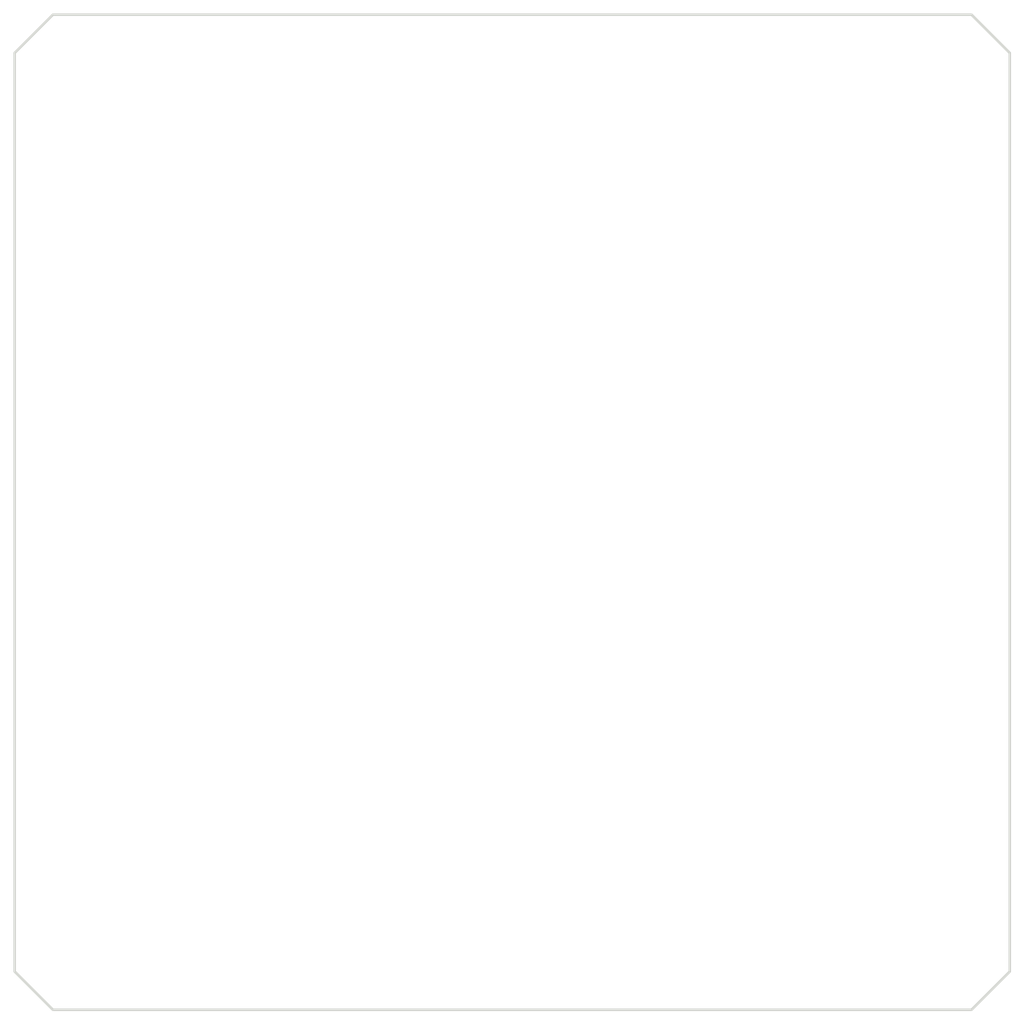
<source format=kicad_pcb>
(kicad_pcb (version 20211014) (generator pcbnew)

  (general
    (thickness 1.6062)
  )

  (paper "A4")
  (layers
    (0 "F.Cu" signal)
    (1 "In1.Cu" signal)
    (2 "In2.Cu" signal)
    (31 "B.Cu" signal)
    (32 "B.Adhes" user "B.Adhesive")
    (33 "F.Adhes" user "F.Adhesive")
    (34 "B.Paste" user)
    (35 "F.Paste" user)
    (36 "B.SilkS" user "B.Silkscreen")
    (37 "F.SilkS" user "F.Silkscreen")
    (38 "B.Mask" user)
    (39 "F.Mask" user)
    (40 "Dwgs.User" user "User.Drawings")
    (41 "Cmts.User" user "User.Comments")
    (42 "Eco1.User" user "User.Eco1")
    (43 "Eco2.User" user "User.Eco2")
    (44 "Edge.Cuts" user)
    (45 "Margin" user)
    (46 "B.CrtYd" user "B.Courtyard")
    (47 "F.CrtYd" user "F.Courtyard")
    (48 "B.Fab" user)
    (49 "F.Fab" user)
    (50 "User.1" user)
    (51 "User.2" user)
    (52 "User.3" user)
    (53 "User.4" user)
    (54 "User.5" user)
    (55 "User.6" user)
    (56 "User.7" user)
    (57 "User.8" user)
    (58 "User.9" user)
  )

  (setup
    (stackup
      (layer "F.SilkS" (type "Top Silk Screen") (color "White"))
      (layer "F.Paste" (type "Top Solder Paste"))
      (layer "F.Mask" (type "Top Solder Mask") (color "Black") (thickness 0.01))
      (layer "F.Cu" (type "copper") (thickness 0.035))
      (layer "dielectric 1" (type "prepreg") (thickness 0.2104) (material "FR4") (epsilon_r 4.5) (loss_tangent 0.02))
      (layer "In1.Cu" (type "copper") (thickness 0.0152))
      (layer "dielectric 2" (type "core") (thickness 1.065) (material "FR4") (epsilon_r 4.5) (loss_tangent 0.02))
      (layer "In2.Cu" (type "copper") (thickness 0.0152))
      (layer "dielectric 3" (type "prepreg") (thickness 0.2104) (material "FR4") (epsilon_r 4.5) (loss_tangent 0.02))
      (layer "B.Cu" (type "copper") (thickness 0.035))
      (layer "B.Mask" (type "Bottom Solder Mask") (color "Black") (thickness 0.01))
      (layer "B.Paste" (type "Bottom Solder Paste"))
      (layer "B.SilkS" (type "Bottom Silk Screen") (color "White"))
      (copper_finish "None")
      (dielectric_constraints no)
    )
    (pad_to_mask_clearance 0)
    (aux_axis_origin 126 81)
    (grid_origin 146 101)
    (pcbplotparams
      (layerselection 0x00010fc_ffffffff)
      (disableapertmacros false)
      (usegerberextensions false)
      (usegerberattributes true)
      (usegerberadvancedattributes true)
      (creategerberjobfile true)
      (svguseinch false)
      (svgprecision 6)
      (excludeedgelayer true)
      (plotframeref false)
      (viasonmask false)
      (mode 1)
      (useauxorigin false)
      (hpglpennumber 1)
      (hpglpenspeed 20)
      (hpglpendiameter 15.000000)
      (dxfpolygonmode true)
      (dxfimperialunits true)
      (dxfusepcbnewfont true)
      (psnegative false)
      (psa4output false)
      (plotreference true)
      (plotvalue true)
      (plotinvisibletext false)
      (sketchpadsonfab false)
      (subtractmaskfromsilk false)
      (outputformat 1)
      (mirror false)
      (drillshape 1)
      (scaleselection 1)
      (outputdirectory "")
    )
  )

  (net 0 "")

  (gr_poly
    (pts
      (xy 165.5 119)
      (xy 164 120.5)
      (xy 128 120.5)
      (xy 126.5 119)
      (xy 126.5 83)
      (xy 128 81.5)
      (xy 164 81.5)
      (xy 165.5 83)
    ) (layer "Edge.Cuts") (width 0.1) (fill none) (tstamp 4941ad3c-15cb-4c67-b7db-538ac4ca28e6))
  (gr_circle (center 133.3 93.38) (end 133.3 92.11) (layer "User.1") (width 0.15) (fill none) (tstamp 002d9934-c8f6-4e33-bbc3-e9234f6189f4))
  (gr_circle (center 158.7 106.08) (end 158.7 104.81) (layer "User.1") (width 0.15) (fill none) (tstamp 023e83de-af62-4d05-a9a3-fa97a16d3291))
  (gr_circle (center 133.3 111.16) (end 133.3 109.89) (layer "User.1") (width 0.15) (fill none) (tstamp 028b0f3f-9b95-415f-9806-a2012f466759))
  (gr_circle (center 151.08 113.7) (end 152.35 113.7) (layer "User.1") (width 0.15) (fill none) (tstamp 04d8c0b9-fd28-4312-95c2-58e88c5ac9b0))
  (gr_circle (center 153.62 88.3) (end 154.89 88.3) (layer "User.1") (width 0.15) (fill none) (tstamp 076857b1-b885-4a0b-8db3-60dcff1d111c))
  (gr_rect (start 157.43 112.43) (end 159.97 89.57) (layer "User.1") (width 0.15) (fill none) (tstamp 07b1ed44-9a28-4334-8e8d-8bd4b53f5e8d))
  (gr_circle (center 146 88.3) (end 147.27 88.3) (layer "User.1") (width 0.15) (fill none) (tstamp 0a318eb1-a61a-42cf-b009-c5111886aae9))
  (gr_circle (center 158.7 98.46) (end 158.7 97.19) (layer "User.1") (width 0.15) (fill none) (tstamp 0f080dfc-c990-4358-9955-cc56dfa127d9))
  (gr_circle (center 158.7 108.62) (end 158.7 107.35) (layer "User.1") (width 0.15) (fill none) (tstamp 0fa87829-a054-48e5-9f01-293522c3a902))
  (gr_circle (center 146 113.7) (end 147.27 113.7) (layer "User.1") (width 0.15) (fill none) (tstamp 149e3321-4867-4c96-932a-aa4b94134f02))
  (gr_circle (center 158.7 95.92) (end 158.7 94.65) (layer "User.1") (width 0.15) (fill none) (tstamp 1cce4635-2dc7-4081-841c-9950002cf8f4))
  (gr_circle (center 138.38 113.7) (end 139.65 113.7) (layer "User.1") (width 0.15) (fill none) (tstamp 2078dde6-d398-4942-9624-11a7540c015e))
  (gr_circle (center 158.7 111.16) (end 158.7 109.89) (layer "User.1") (width 0.15) (fill none) (tstamp 2876169e-b1c0-4fe0-9f2f-692cd4336b6b))
  (gr_circle (center 135.84 88.3) (end 137.11 88.3) (layer "User.1") (width 0.15) (fill none) (tstamp 44fa9f65-2477-41eb-bd00-685a78d765d1))
  (gr_circle (center 158.7 101) (end 158.7 99.73) (layer "User.1") (width 0.15) (fill none) (tstamp 4bbf8134-0015-49ac-9a22-521d8c5dcfe2))
  (gr_circle (center 158.7 93.38) (end 158.7 92.11) (layer "User.1") (width 0.15) (fill none) (tstamp 5badb200-b537-4b1f-bcd7-e268c39a42cb))
  (gr_circle (center 133.3 95.92) (end 133.3 94.65) (layer "User.1") (width 0.15) (fill none) (tstamp 5ece3abc-14df-4e17-aea3-74d7874b2172))
  (gr_circle (center 148.54 113.7) (end 149.81 113.7) (layer "User.1") (width 0.15) (fill none) (tstamp 68da07ad-f184-46b8-81b5-0ab2e762cfa2))
  (gr_circle (center 140.92 88.3) (end 142.19 88.3) (layer "User.1") (width 0.15) (fill none) (tstamp 6affb22c-39ed-426b-b47f-6b5673049261))
  (gr_circle (center 133.3 106.08) (end 133.3 104.81) (layer "User.1") (width 0.15) (fill none) (tstamp 6cbe0dbf-de1b-4f78-a3bd-0e61028b2bd0))
  (gr_circle (center 133.3 103.54) (end 133.3 102.27) (layer "User.1") (width 0.15) (fill none) (tstamp 7535a7f5-e263-48a8-9037-6f2fa1d8af9c))
  (gr_circle (center 158.7 90.84) (end 158.7 89.57) (layer "User.1") (width 0.15) (fill none) (tstamp 7935eebc-b9ea-4d3b-8779-d785a97d723c))
  (gr_rect (start 134.57 87.03) (end 157.43 89.57) (layer "User.1") (width 0.15) (fill none) (tstamp 7cb26442-f4ad-44e3-9b68-d4cce9e4f608))
  (gr_circle (center 156.16 113.7) (end 157.43 113.7) (layer "User.1") (width 0.15) (fill none) (tstamp 9be582bc-40ea-4803-bfa0-585998db1641))
  (gr_circle (center 156.16 88.3) (end 157.43 88.3) (layer "User.1") (width 0.15) (fill none) (tstamp 9e8812a0-35e6-4a8e-8963-f33111361433))
  (gr_circle (center 158.7 103.54) (end 158.7 102.27) (layer "User.1") (width 0.15) (fill none) (tstamp a873b4ec-14ed-4f61-bb24-0bdc2f47ccc2))
  (gr_circle (center 133.3 98.46) (end 133.3 97.19) (layer "User.1") (width 0.15) (fill none) (tstamp bd0209be-e7ea-42a5-96b3-d808e4806df1))
  (gr_rect (start 132.03 112.43) (end 134.57 89.57) (layer "User.1") (width 0.15) (fill none) (tstamp c24d159b-5367-47b4-8355-4e8aa4aff730))
  (gr_circle (center 133.3 101) (end 133.3 99.73) (layer "User.1") (width 0.15) (fill none) (tstamp c8472d16-18c1-4c53-a380-ba42c968dc4f))
  (gr_circle (center 140.92 113.7) (end 142.19 113.7) (layer "User.1") (width 0.15) (fill none) (tstamp cd7e8386-9233-4658-8804-b9f559c92d3a))
  (gr_rect (start 134.57 112.43) (end 157.43 114.97) (layer "User.1") (width 0.15) (fill none) (tstamp cfdd9c0d-cd37-439a-909d-b8a2edd51242))
  (gr_circle (center 133.3 108.62) (end 133.3 107.35) (layer "User.1") (width 0.15) (fill none) (tstamp d05f3ed3-02e5-403a-b38e-46d4cc9c20c5))
  (gr_circle (center 151.08 88.3) (end 152.35 88.3) (layer "User.1") (width 0.15) (fill none) (tstamp d9a6595b-93c6-4120-9036-60ddaba5e740))
  (gr_circle (center 143.46 113.7) (end 144.73 113.7) (layer "User.1") (width 0.15) (fill none) (tstamp da0b77f4-2fe0-45a0-972c-c860bad039b8))
  (gr_circle (center 133.3 90.84) (end 133.3 89.57) (layer "User.1") (width 0.15) (fill none) (tstamp e415ddc3-c0dc-4555-9b92-4db24d3eff2a))
  (gr_circle (center 143.46 88.3) (end 144.73 88.3) (layer "User.1") (width 0.15) (fill none) (tstamp e88a8610-76d0-4116-8deb-41226f89eed9))
  (gr_circle (center 138.38 88.3) (end 139.65 88.3) (layer "User.1") (width 0.15) (fill none) (tstamp ea411cba-c717-419a-b472-28a0a978c8f5))
  (gr_circle (center 148.54 88.3) (end 149.81 88.3) (layer "User.1") (width 0.15) (fill none) (tstamp ee2f96be-c55e-4f5c-bf83-f64f42267ff8))
  (gr_circle (center 135.84 113.7) (end 137.11 113.7) (layer "User.1") (width 0.15) (fill none) (tstamp f26cffa6-7cc2-4003-abc4-95d98abc5125))
  (gr_circle (center 153.62 113.7) (end 154.89 113.7) (layer "User.1") (width 0.15) (fill none) (tstamp f8065909-de93-43f0-8e29-9be17bb14eaf))
  (gr_rect (start 126 81) (end 166 121) (layer "User.8") (width 0.15) (fill none) (tstamp 1c83bd42-0034-452f-984c-359e4b56b0ac))
  (gr_text "SCL" (at 148.54 85.061428 270) (layer "User.1") (tstamp 00d84f7f-e019-43ee-a6f7-42af0584c70b)
    (effects (font (size 1.5 1) (thickness 0.2)))
  )
  (gr_text "SCL" (at 129.394762 98.46) (layer "User.1") (tstamp 12290910-e1c4-4f12-a089-9b99be24c1fc)
    (effects (font (size 1.5 1) (thickness 0.2)))
  )
  (gr_text "MISO" (at 151.08 117.795714 90) (layer "User.1") (tstamp 14eb863b-9320-40b7-bcfb-2820753e6985)
    (effects (font (size 1.5 1) (thickness 0.2)))
  )
  (gr_text "GPIO" (at 140.92 117.748095 90) (layer "User.1") (tstamp 17d5c74d-93f8-4091-b7ac-e6caff4897b2)
    (effects (font (size 1.5 1) (thickness 0.2)))
  )
  (gr_text "SDA" (at 146 85.037619 270) (layer "User.1") (tstamp 1e5a9261-1a2d-468e-87ac-6aadc251e151)
    (effects (font (size 1.5 1) (thickness 0.2)))
  )
  (gr_text "Vcc" (at 162.131905 111.16) (layer "User.1") (tstamp 1e8f8ce2-b17c-4b64-8fa7-6f1492c0551e)
    (effects (font (size 1.5 1) (thickness 0.2)))
  )
  (gr_text "SDA" (at 129.370953 101) (layer "User.1") (tstamp 23b8c23a-2853-40c3-a53a-30fd914fa018)
    (effects (font (size 1.5 1) (thickness 0.2)))
  )
  (gr_text "MISO" (at 128.966191 106.08) (layer "User.1") (tstamp 24485594-06f1-4f4f-813a-edf2c9ea9d9c)
    (effects (font (size 1.5 1) (thickness 0.2)))
  )
  (gr_text "SDA" (at 162.250953 101) (layer "User.1") (tstamp 2bfbe799-3f9f-4879-91b2-b68af38a849c)
    (effects (font (size 1.5 1) (thickness 0.2)))
  )
  (gr_text "GND" (at 153.62 84.918571 270) (layer "User.1") (tstamp 398c083a-543b-4a7e-af36-8162e3176b7a)
    (effects (font (size 1.5 1) (thickness 0.2)))
  )
  (gr_text "MOSI" (at 143.46 84.632857 270) (layer "User.1") (tstamp 534a6fd7-2291-45d2-aedb-05a2b291fa9e)
    (effects (font (size 1.5 1) (thickness 0.2)))
  )
  (gr_text "GND" (at 156.16 117.51 90) (layer "User.1") (tstamp 5f9e0c87-7085-4be2-b4d2-fe0c138ddc54)
    (effects (font (size 1.5 1) (thickness 0.2)))
  )
  (gr_text "Vcc" (at 129.49 90.84) (layer "User.1") (tstamp 633aafcb-e7f5-4f49-b90e-2af365a07e52)
    (effects (font (size 1.5 1) (thickness 0.2)))
  )
  (gr_text "GND" (at 162.37 108.62) (layer "User.1") (tstamp 64fc2e66-2059-4563-a207-07d8616ff941)
    (effects (font (size 1.5 1) (thickness 0.2)))
  )
  (gr_text "SCLK" (at 162.727143 93.38) (layer "User.1") (tstamp 69bf5cfc-e633-4146-96ae-dfa77f9d20a4)
    (effects (font (size 1.5 1) (thickness 0.2)))
  )
  (gr_text "Vcc" (at 135.84 117.271905 90) (layer "User.1") (tstamp 6c608c13-3af0-4f88-b421-9eb1b57171f0)
    (effects (font (size 1.5 1) (thickness 0.2)))
  )
  (gr_text "MOSI" (at 162.655715 98.46) (layer "User.1") (tstamp 7647c44c-c873-41f1-8d0e-0d9f1c0ad5e7)
    (effects (font (size 1.5 1) (thickness 0.2)))
  )
  (gr_text "GPIO" (at 151.08 84.680476 270) (layer "User.1") (tstamp 81b27742-cf6e-4d80-bc89-6e63b90fc87e)
    (effects (font (size 1.5 1) (thickness 0.2)))
  )
  (gr_text "GPIO" (at 129.01381 95.92) (layer "User.1") (tstamp 8797612e-14ed-44eb-a090-2a8aad427753)
    (effects (font (size 1.5 1) (thickness 0.2)))
  )
  (gr_text "SCLK" (at 138.38 84.561428 270) (layer "User.1") (tstamp 9e192c3c-4868-46fd-95df-fe3024dab556)
    (effects (font (size 1.5 1) (thickness 0.2)))
  )
  (gr_text "GND" (at 135.84 84.918571 270) (layer "User.1") (tstamp a4e40831-f196-49bf-9cc1-2543da57796f)
    (effects (font (size 1.5 1) (thickness 0.2)))
  )
  (gr_text "GND" (at 162.37 90.84) (layer "User.1") (tstamp a81f4c46-d378-4466-83b6-4344c989b8aa)
    (effects (font (size 1.5 1) (thickness 0.2)))
  )
  (gr_text "GND" (at 129.251905 111.16) (layer "User.1") (tstamp aa344668-cce5-43ad-a8ee-d46a709d4349)
    (effects (font (size 1.5 1) (thickness 0.2)))
  )
  (gr_text "MISO" (at 162.655715 95.92) (layer "User.1") (tstamp b116ab13-f13d-44e5-bfff-a98e71fb3005)
    (effects (font (size 1.5 1) (thickness 0.2)))
  )
  (gr_text "SCLK" (at 128.894762 108.62) (layer "User.1") (tstamp b3781123-3187-48a3-85dc-d86e4def0d6a)
    (effects (font (size 1.5 1) (thickness 0.2)))
  )
  (gr_text "SCL" (at 143.46 117.367143 90) (layer "User.1") (tstamp ba7e4c01-b49f-4f75-81b0-e07a7dcbc254)
    (effects (font (size 1.5 1) (thickness 0.2)))
  )
  (gr_text "SCL" (at 162.227143 103.54) (layer "User.1") (tstamp be26a336-afa5-4bd0-a09c-4d49fd861063)
    (effects (font (size 1.5 1) (thickness 0.2)))
  )
  (gr_text "Vcc" (at 156.16 85.156666 270) (layer "User.1") (tstamp beb14b88-6059-4458-8fae-c6f945561b2e)
    (effects (font (size 1.5 1) (thickness 0.2)))
  )
  (gr_text "MOSI" (at 128.966191 103.54) (layer "User.1") (tstamp d190d7a3-7bf5-42db-8c6f-15b2790a1189)
    (effects (font (size 1.5 1) (thickness 0.2)))
  )
  (gr_text "GPIO" (at 162.608096 106.08) (layer "User.1") (tstamp d65786d8-a5ff-437f-a9de-ccf21d718cdd)
    (effects (font (size 1.5 1) (thickness 0.2)))
  )
  (gr_text "MISO" (at 140.92 84.632857 270) (layer "User.1") (tstamp dcd94cb2-89ab-4b48-ac77-4ae3c4ab9610)
    (effects (font (size 1.5 1) (thickness 0.2)))
  )
  (gr_text "SDA" (at 146 117.390952 90) (layer "User.1") (tstamp ec882588-38e9-4b96-ba2f-e00a762357f3)
    (effects (font (size 1.5 1) (thickness 0.2)))
  )
  (gr_text "MOSI" (at 148.54 117.795714 90) (layer "User.1") (tstamp f254e24e-739a-4b0e-ba6a-40bb5c8df93f)
    (effects (font (size 1.5 1) (thickness 0.2)))
  )
  (gr_text "GND" (at 129.251905 93.38) (layer "User.1") (tstamp f44cc862-d425-4144-8846-d84278a3c917)
    (effects (font (size 1.5 1) (thickness 0.2)))
  )
  (gr_text "SCLK" (at 153.62 117.867143 90) (layer "User.1") (tstamp fd6f4b2d-5eea-4884-90d8-74a86766ae4e)
    (effects (font (size 1.5 1) (thickness 0.2)))
  )
  (gr_text "GND" (at 138.38 117.51 90) (layer "User.1") (tstamp fef37495-1c7d-474c-ba11-d084926782f2)
    (effects (font (size 1.5 1) (thickness 0.2)))
  )

  (group "" (id 08d6152b-d27b-454b-96a6-cd83d5d4355e)
    (members
      04d8c0b9-fd28-4312-95c2-58e88c5ac9b0
      149e3321-4867-4c96-932a-aa4b94134f02
      2078dde6-d398-4942-9624-11a7540c015e
      68da07ad-f184-46b8-81b5-0ab2e762cfa2
      9be582bc-40ea-4803-bfa0-585998db1641
      cd7e8386-9233-4658-8804-b9f559c92d3a
      cfdd9c0d-cd37-439a-909d-b8a2edd51242
      da0b77f4-2fe0-45a0-972c-c860bad039b8
      f26cffa6-7cc2-4003-abc4-95d98abc5125
      f8065909-de93-43f0-8e29-9be17bb14eaf
    )
  )
  (group "" (id 11ceb65f-66a9-4f5b-bad6-f9e625811606)
    (members
      076857b1-b885-4a0b-8db3-60dcff1d111c
      0a318eb1-a61a-42cf-b009-c5111886aae9
      44fa9f65-2477-41eb-bd00-685a78d765d1
      6affb22c-39ed-426b-b47f-6b5673049261
      7cb26442-f4ad-44e3-9b68-d4cce9e4f608
      9e8812a0-35e6-4a8e-8963-f33111361433
      d9a6595b-93c6-4120-9036-60ddaba5e740
      e88a8610-76d0-4116-8deb-41226f89eed9
      ea411cba-c717-419a-b472-28a0a978c8f5
      ee2f96be-c55e-4f5c-bf83-f64f42267ff8
    )
  )
  (group "" (id 77c1d2cc-3392-4a07-9674-5dd3fba87463)
    (members
      023e83de-af62-4d05-a9a3-fa97a16d3291
      07b1ed44-9a28-4334-8e8d-8bd4b53f5e8d
      0f080dfc-c990-4358-9955-cc56dfa127d9
      0fa87829-a054-48e5-9f01-293522c3a902
      1cce4635-2dc7-4081-841c-9950002cf8f4
      2876169e-b1c0-4fe0-9f2f-692cd4336b6b
      4bbf8134-0015-49ac-9a22-521d8c5dcfe2
      5badb200-b537-4b1f-bcd7-e268c39a42cb
      7935eebc-b9ea-4d3b-8779-d785a97d723c
      a873b4ec-14ed-4f61-bb24-0bdc2f47ccc2
    )
  )
  (group "" (id 85a24844-948b-4d09-ace6-99abe64bd93c)
    (members
      002d9934-c8f6-4e33-bbc3-e9234f6189f4
      028b0f3f-9b95-415f-9806-a2012f466759
      5ece3abc-14df-4e17-aea3-74d7874b2172
      6cbe0dbf-de1b-4f78-a3bd-0e61028b2bd0
      7535a7f5-e263-48a8-9037-6f2fa1d8af9c
      bd0209be-e7ea-42a5-96b3-d808e4806df1
      c24d159b-5367-47b4-8355-4e8aa4aff730
      c8472d16-18c1-4c53-a380-ba42c968dc4f
      d05f3ed3-02e5-403a-b38e-46d4cc9c20c5
      e415ddc3-c0dc-4555-9b92-4db24d3eff2a
    )
  )
)

</source>
